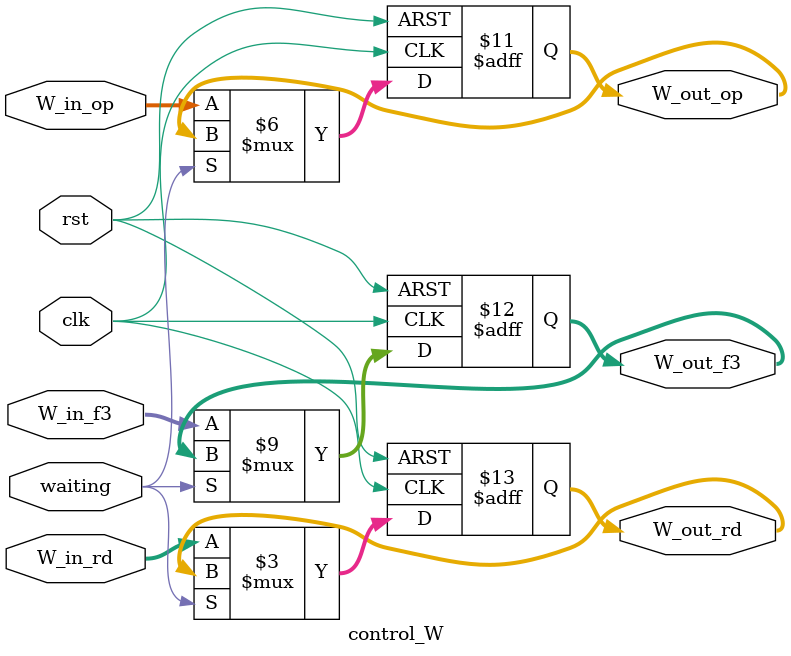
<source format=v>
module control_W(input wire clk,
                 input wire rst,
                 input wire [4:0] W_in_op,
                 input wire [2:0] W_in_f3,
                 input wire [4:0] W_in_rd,
                 input wire waiting,
                 output reg [4:0] W_out_op,
                 output reg [2:0] W_out_f3,
                 output reg [4:0] W_out_rd);
    
    always@(posedge clk or posedge rst)
    begin
        if (rst)
        begin
            W_out_f3 <= 3'b0;
            W_out_op <= 5'b0;
            W_out_rd <= 5'b0;
        end
        else
        begin
            if (waiting) 
            begin
                W_out_f3 <= W_out_f3;
                W_out_op <= W_out_op;
                W_out_rd <= W_out_rd;
            end
            else 
            begin
                W_out_f3 <= W_in_f3;
                W_out_op <= W_in_op;
                W_out_rd <= W_in_rd;
            end
        end
    end
endmodule

</source>
